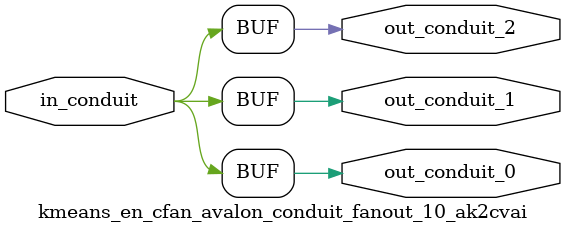
<source format=sv>


 


// --------------------------------------------------------------------------------
//| Avalon Conduit Fan-Out
// --------------------------------------------------------------------------------

// ------------------------------------------
// Generation parameters:
//   output_name:       kmeans_en_cfan_avalon_conduit_fanout_10_ak2cvai
//   numFanOut:         3
//   
// ------------------------------------------

module kmeans_en_cfan_avalon_conduit_fanout_10_ak2cvai (     

// Interface: out_conduit_0
 output                    out_conduit_0,
// Interface: out_conduit_1
 output                    out_conduit_1,
// Interface: out_conduit_2
 output                    out_conduit_2,

// Interface: in_conduit
 input                   in_conduit

);

   assign  out_conduit_0 = in_conduit;
   assign  out_conduit_1 = in_conduit;
   assign  out_conduit_2 = in_conduit;

endmodule //


</source>
